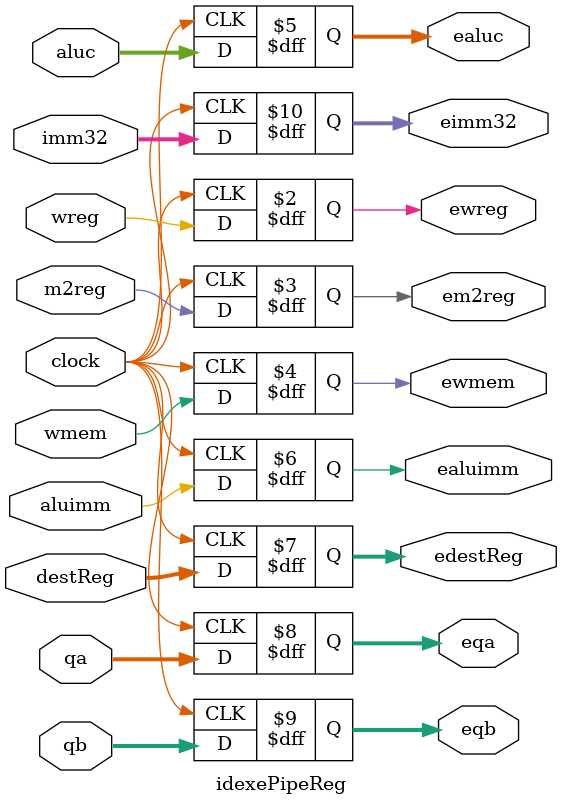
<source format=v>
`timescale 1ns / 1ps

//Program Counter: Sets the current pc to the next pc
module progCounter(input [31:0] nextPc, input clock, output reg [31:0] pc);
    initial pc <= 100;
    
    always @ (posedge clock) begin
        pc <= nextPc;
    end
endmodule


//Instruction Memory: Retreives the instruction stored in memory at the current pc 
module instMem(input [31:0] pc, output reg [31:0] instOut);
    // Memory initialization
    reg [31:0] memory [0:63];
    initial begin        
        memory[25] <= {6'b000000, 5'b00001, 5'b00010, 5'b00011, 5'b00000, 6'b100000};
        memory[26] <= {6'b000000, 5'b01001, 5'b00011, 5'b00100, 5'b00000, 6'b100010};
        memory[27] <= {6'b000000, 5'b00011, 5'b01001, 5'b00101, 5'b00000, 6'b100101};
        memory[28] <= {6'b000000, 5'b00011, 5'b01001, 5'b00110, 5'b00000, 6'b100110};
        memory[29] <= {6'b000000, 5'b00011, 5'b01001, 5'b00111, 5'b00000, 6'b100100};
    end    
    
    always @ (*) instOut <= memory[pc[7:2]];
endmodule


// Pc Adder: gets the address of the next pc
module pcAdder(input [31:0] pc, output reg [31:0] nextPc);
    wire [31:0] hwVal = 4; //Hard-wired value
    always @ (*) begin
        nextPc <= pc + hwVal;
    end
endmodule


// IFID Pipeline Register: feeds instOut into dinstOut
module ifidPipeReg(input [31:0] instOut, input clock, output reg [31:0] dinstOut);
    always @ (posedge clock) begin
        dinstOut <= instOut;
    end
endmodule

// Regrt Multiplexer: Chooses which register to use as a destination
module regrtMulx(input [4:0] rt, input [4:0] rd, input regrt, output reg [4:0] destReg);
    always @(*) begin
        case (regrt)
            0: destReg <= rd;

            1: destReg <= rt;
        endcase
    end

endmodule

//Immediate Extender: Takes a 16-bit immediate input and outputs a 32-bit one
module  immExt(input [15:0] imm, output reg [31:0] imm32);
    reg sign;
    always @(*) begin
        sign = imm[15];
        imm32 = {{16{sign}}, imm}; // Concatenate imm to a 16-bit string with bits set to the value of imm's sign bit
    end
endmodule

// IDEXE Pipeline Register: Sets values for variables in EXE stage using those in the ID stage
module idexePipeReg(input wreg, input m2reg, input wmem, input [3:0] aluc,
                    input aluimm, input [4:0] destReg, input [31:0] qa, input [31:0] qb,
                    input [31:0] imm32, input clock, output reg ewreg, output reg em2reg, output reg ewmem,
                    output reg [3:0] ealuc, output reg ealuimm, output reg [4:0] edestReg,
                    output reg [31:0] eqa, output reg [31:0] eqb, output reg [31:0] eimm32);
                    
    always @(posedge clock) begin
        ewreg <= wreg;
        em2reg <= m2reg;
        ewmem <= wmem;
        ealuc <= aluc;
        ealuimm <= aluimm;
        edestReg <= destReg;
        eqa <= qa;
        eqb <= qb;
        eimm32 <= imm32;        
    end
endmodule
</source>
